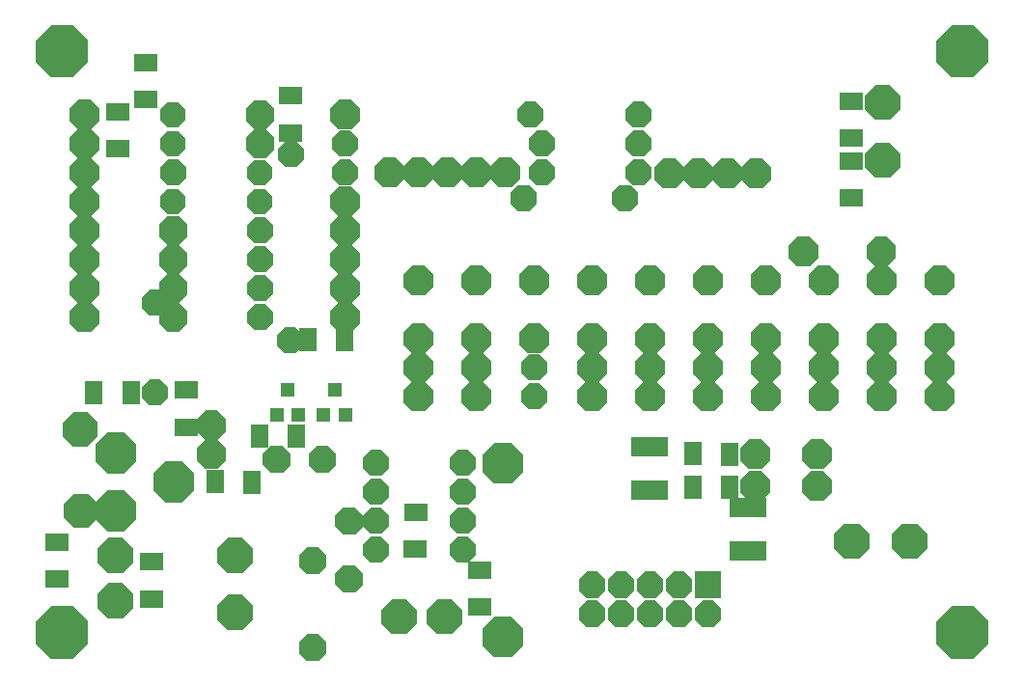
<source format=gbr>
%FSLAX34Y34*%
%MOMM*%
%LNSOLDERMASK_BOTTOM*%
G71*
G01*
%ADD10R,1.500X2.000*%
%ADD11R,3.200X1.700*%
%ADD12R,2.000X1.500*%
%ADD13R,1.300X1.300*%
%LPD*%
G36*
X449441Y-218011D02*
X457046Y-225616D01*
X457046Y-236406D01*
X449441Y-244011D01*
X438651Y-244011D01*
X431046Y-236406D01*
X431046Y-225616D01*
X438651Y-218011D01*
X449441Y-218011D01*
G37*
G36*
X500241Y-218011D02*
X507846Y-225616D01*
X507846Y-236406D01*
X500241Y-244011D01*
X489451Y-244011D01*
X481846Y-236406D01*
X481846Y-225616D01*
X489451Y-218011D01*
X500241Y-218011D01*
G37*
G36*
X448819Y-321111D02*
X455546Y-327838D01*
X455546Y-337384D01*
X448819Y-344111D01*
X439273Y-344111D01*
X432546Y-337384D01*
X432546Y-327838D01*
X439273Y-321111D01*
X448819Y-321111D01*
G37*
G36*
X500241Y-319611D02*
X507846Y-327216D01*
X507846Y-338006D01*
X500241Y-345611D01*
X489451Y-345611D01*
X481846Y-338006D01*
X481846Y-327216D01*
X489451Y-319611D01*
X500241Y-319611D01*
G37*
G36*
X448819Y-295711D02*
X455546Y-302438D01*
X455546Y-311984D01*
X448819Y-318711D01*
X439273Y-318711D01*
X432546Y-311984D01*
X432546Y-302438D01*
X439273Y-295711D01*
X448819Y-295711D01*
G37*
G36*
X500241Y-294211D02*
X507846Y-301816D01*
X507846Y-312606D01*
X500241Y-320211D01*
X489451Y-320211D01*
X481846Y-312606D01*
X481846Y-301816D01*
X489451Y-294211D01*
X500241Y-294211D01*
G37*
G36*
X500241Y-268811D02*
X507846Y-276416D01*
X507846Y-287206D01*
X500241Y-294811D01*
X489451Y-294811D01*
X481846Y-287206D01*
X481846Y-276416D01*
X489451Y-268811D01*
X500241Y-268811D01*
G37*
G36*
X449441Y-268811D02*
X457046Y-276416D01*
X457046Y-287206D01*
X449441Y-294811D01*
X438651Y-294811D01*
X431046Y-287206D01*
X431046Y-276416D01*
X438651Y-268811D01*
X449441Y-268811D01*
G37*
G36*
X754241Y-218011D02*
X761846Y-225616D01*
X761846Y-236406D01*
X754241Y-244011D01*
X743451Y-244011D01*
X735846Y-236406D01*
X735846Y-225616D01*
X743451Y-218011D01*
X754241Y-218011D01*
G37*
G36*
X805041Y-218011D02*
X812646Y-225616D01*
X812646Y-236406D01*
X805041Y-244011D01*
X794251Y-244011D01*
X786646Y-236406D01*
X786646Y-225616D01*
X794251Y-218011D01*
X805041Y-218011D01*
G37*
G36*
X754241Y-319611D02*
X761846Y-327216D01*
X761846Y-338006D01*
X754241Y-345611D01*
X743451Y-345611D01*
X735846Y-338006D01*
X735846Y-327216D01*
X743451Y-319611D01*
X754241Y-319611D01*
G37*
G36*
X805041Y-319611D02*
X812646Y-327216D01*
X812646Y-338006D01*
X805041Y-345611D01*
X794251Y-345611D01*
X786646Y-338006D01*
X786646Y-327216D01*
X794251Y-319611D01*
X805041Y-319611D01*
G37*
G36*
X754241Y-294211D02*
X761846Y-301816D01*
X761846Y-312606D01*
X754241Y-320211D01*
X743451Y-320211D01*
X735846Y-312606D01*
X735846Y-301816D01*
X743451Y-294211D01*
X754241Y-294211D01*
G37*
G36*
X805041Y-294211D02*
X812646Y-301816D01*
X812646Y-312606D01*
X805041Y-320211D01*
X794251Y-320211D01*
X786646Y-312606D01*
X786646Y-301816D01*
X794251Y-294211D01*
X805041Y-294211D01*
G37*
G36*
X805041Y-268811D02*
X812646Y-276416D01*
X812646Y-287206D01*
X805041Y-294811D01*
X794251Y-294811D01*
X786646Y-287206D01*
X786646Y-276416D01*
X794251Y-268811D01*
X805041Y-268811D01*
G37*
G36*
X754241Y-268811D02*
X761846Y-276416D01*
X761846Y-287206D01*
X754241Y-294811D01*
X743451Y-294811D01*
X735846Y-287206D01*
X735846Y-276416D01*
X743451Y-268811D01*
X754241Y-268811D01*
G37*
G36*
X347841Y-218011D02*
X355446Y-225616D01*
X355446Y-236406D01*
X347841Y-244011D01*
X337051Y-244011D01*
X329446Y-236406D01*
X329446Y-225616D01*
X337051Y-218011D01*
X347841Y-218011D01*
G37*
G36*
X398641Y-218011D02*
X406246Y-225616D01*
X406246Y-236406D01*
X398641Y-244011D01*
X387851Y-244011D01*
X380246Y-236406D01*
X380246Y-225616D01*
X387851Y-218011D01*
X398641Y-218011D01*
G37*
G36*
X347841Y-319611D02*
X355446Y-327216D01*
X355446Y-338006D01*
X347841Y-345611D01*
X337051Y-345611D01*
X329446Y-338006D01*
X329446Y-327216D01*
X337051Y-319611D01*
X347841Y-319611D01*
G37*
G36*
X398641Y-319611D02*
X406246Y-327216D01*
X406246Y-338006D01*
X398641Y-345611D01*
X387851Y-345611D01*
X380246Y-338006D01*
X380246Y-327216D01*
X387851Y-319611D01*
X398641Y-319611D01*
G37*
G36*
X347841Y-294211D02*
X355446Y-301816D01*
X355446Y-312606D01*
X347841Y-320211D01*
X337051Y-320211D01*
X329446Y-312606D01*
X329446Y-301816D01*
X337051Y-294211D01*
X347841Y-294211D01*
G37*
G36*
X398641Y-294211D02*
X406246Y-301816D01*
X406246Y-312606D01*
X398641Y-320211D01*
X387851Y-320211D01*
X380246Y-312606D01*
X380246Y-301816D01*
X387851Y-294211D01*
X398641Y-294211D01*
G37*
G36*
X398641Y-268811D02*
X406246Y-276416D01*
X406246Y-287206D01*
X398641Y-294811D01*
X387851Y-294811D01*
X380246Y-287206D01*
X380246Y-276416D01*
X387851Y-268811D01*
X398641Y-268811D01*
G37*
G36*
X347841Y-268811D02*
X355446Y-276416D01*
X355446Y-287206D01*
X347841Y-294811D01*
X337051Y-294811D01*
X329446Y-287206D01*
X329446Y-276416D01*
X337051Y-268811D01*
X347841Y-268811D01*
G37*
X615906Y-412850D02*
G54D10*
D03*
X583406Y-412750D02*
G54D10*
D03*
X615906Y-383481D02*
G54D10*
D03*
X583406Y-383381D02*
G54D10*
D03*
X631774Y-430262D02*
G54D11*
D03*
X631774Y-468262D02*
G54D11*
D03*
X544988Y-376971D02*
G54D11*
D03*
X544988Y-414971D02*
G54D11*
D03*
G36*
X788926Y-466568D02*
X779858Y-475636D01*
X766994Y-475636D01*
X757926Y-466568D01*
X757926Y-453704D01*
X766994Y-444636D01*
X779858Y-444636D01*
X788926Y-453704D01*
X788926Y-466568D01*
G37*
G36*
X738126Y-466568D02*
X729058Y-475636D01*
X716194Y-475636D01*
X707126Y-466568D01*
X707126Y-453704D01*
X716194Y-444636D01*
X729058Y-444636D01*
X738126Y-453704D01*
X738126Y-466568D01*
G37*
X722000Y-106399D02*
G54D12*
D03*
X722100Y-73899D02*
G54D12*
D03*
X722000Y-158786D02*
G54D12*
D03*
X722100Y-126286D02*
G54D12*
D03*
G36*
X743450Y-141306D02*
X734382Y-132238D01*
X734382Y-119374D01*
X743450Y-110306D01*
X756314Y-110306D01*
X765382Y-119374D01*
X765382Y-132238D01*
X756314Y-141306D01*
X743450Y-141306D01*
G37*
G36*
X743450Y-90506D02*
X734382Y-81438D01*
X734382Y-68574D01*
X743450Y-59506D01*
X756314Y-59506D01*
X765382Y-68574D01*
X765382Y-81438D01*
X756314Y-90506D01*
X743450Y-90506D01*
G37*
G36*
X7000Y-20455D02*
X20455Y-7000D01*
X39545Y-7000D01*
X53000Y-20455D01*
X53000Y-39545D01*
X39545Y-53000D01*
X20455Y-53000D01*
X7000Y-39545D01*
X7000Y-20455D01*
G37*
G36*
X797000Y-20455D02*
X810455Y-7000D01*
X829545Y-7000D01*
X843000Y-20455D01*
X843000Y-39545D01*
X829545Y-53000D01*
X810455Y-53000D01*
X797000Y-39545D01*
X797000Y-20455D01*
G37*
G36*
X7000Y-530455D02*
X20455Y-517000D01*
X39545Y-517000D01*
X53000Y-530455D01*
X53000Y-549545D01*
X39545Y-563000D01*
X20455Y-563000D01*
X7000Y-549545D01*
X7000Y-530455D01*
G37*
G36*
X797000Y-530455D02*
X810455Y-517000D01*
X829545Y-517000D01*
X843000Y-530455D01*
X843000Y-549545D01*
X829545Y-563000D01*
X810455Y-563000D01*
X797000Y-549545D01*
X797000Y-530455D01*
G37*
G36*
X424189Y-373320D02*
X434719Y-383850D01*
X434719Y-398790D01*
X424189Y-409320D01*
X409249Y-409320D01*
X398719Y-398790D01*
X398719Y-383850D01*
X409249Y-373320D01*
X424189Y-373320D01*
G37*
G36*
X424189Y-525720D02*
X434719Y-536250D01*
X434719Y-551190D01*
X424189Y-561720D01*
X409249Y-561720D01*
X398719Y-551190D01*
X398719Y-536250D01*
X409249Y-525720D01*
X424189Y-525720D01*
G37*
G36*
X294094Y-386546D02*
X300821Y-379819D01*
X310367Y-379819D01*
X317094Y-386546D01*
X317094Y-396092D01*
X310367Y-402819D01*
X300821Y-402819D01*
X294094Y-396092D01*
X294094Y-386546D01*
G37*
G36*
X294094Y-411946D02*
X300821Y-405219D01*
X310367Y-405219D01*
X317094Y-411946D01*
X317094Y-421492D01*
X310367Y-428219D01*
X300821Y-428219D01*
X294094Y-421492D01*
X294094Y-411946D01*
G37*
G36*
X294094Y-437346D02*
X300821Y-430619D01*
X310367Y-430619D01*
X317094Y-437346D01*
X317094Y-446892D01*
X310367Y-453619D01*
X300821Y-453619D01*
X294094Y-446892D01*
X294094Y-437346D01*
G37*
G36*
X294094Y-462746D02*
X300821Y-456019D01*
X310367Y-456019D01*
X317094Y-462746D01*
X317094Y-472292D01*
X310367Y-479019D01*
X300821Y-479019D01*
X294094Y-472292D01*
X294094Y-462746D01*
G37*
G36*
X370294Y-386546D02*
X377021Y-379819D01*
X386567Y-379819D01*
X393294Y-386546D01*
X393294Y-396092D01*
X386567Y-402819D01*
X377021Y-402819D01*
X370294Y-396092D01*
X370294Y-386546D01*
G37*
G36*
X370294Y-411946D02*
X377021Y-405219D01*
X386567Y-405219D01*
X393294Y-411946D01*
X393294Y-421492D01*
X386567Y-428219D01*
X377021Y-428219D01*
X370294Y-421492D01*
X370294Y-411946D01*
G37*
G36*
X370294Y-437346D02*
X377021Y-430619D01*
X386567Y-430619D01*
X393294Y-437346D01*
X393294Y-446892D01*
X386567Y-453619D01*
X377021Y-453619D01*
X370294Y-446892D01*
X370294Y-437346D01*
G37*
G36*
X370294Y-462746D02*
X377021Y-456019D01*
X386567Y-456019D01*
X393294Y-462746D01*
X393294Y-472292D01*
X386567Y-479019D01*
X377021Y-479019D01*
X370294Y-472292D01*
X370294Y-462746D01*
G37*
G36*
X309938Y-519824D02*
X319006Y-510756D01*
X331870Y-510756D01*
X340938Y-519824D01*
X340938Y-532688D01*
X331870Y-541756D01*
X319006Y-541756D01*
X309938Y-532688D01*
X309938Y-519824D01*
G37*
G36*
X349938Y-519824D02*
X359006Y-510756D01*
X371870Y-510756D01*
X380938Y-519824D01*
X380938Y-532688D01*
X371870Y-541756D01*
X359006Y-541756D01*
X349938Y-532688D01*
X349938Y-519824D01*
G37*
G36*
X276803Y-504919D02*
X269783Y-497899D01*
X269783Y-487939D01*
X276803Y-480919D01*
X286763Y-480919D01*
X293783Y-487939D01*
X293783Y-497899D01*
X286763Y-504919D01*
X276803Y-504919D01*
G37*
G36*
X276803Y-454119D02*
X269783Y-447099D01*
X269783Y-437139D01*
X276803Y-430119D01*
X286763Y-430119D01*
X293783Y-437139D01*
X293783Y-447099D01*
X286763Y-454119D01*
X276803Y-454119D01*
G37*
X396009Y-517950D02*
G54D12*
D03*
X396109Y-485450D02*
G54D12*
D03*
X340151Y-434650D02*
G54D12*
D03*
X340051Y-467150D02*
G54D12*
D03*
G36*
X188301Y-506687D02*
X197369Y-515755D01*
X197369Y-528619D01*
X188301Y-537687D01*
X175437Y-537687D01*
X166369Y-528619D01*
X166369Y-515755D01*
X175437Y-506687D01*
X188301Y-506687D01*
G37*
G36*
X188301Y-456681D02*
X197369Y-465749D01*
X197369Y-478613D01*
X188301Y-487681D01*
X175437Y-487681D01*
X166369Y-478613D01*
X166369Y-465749D01*
X175437Y-456681D01*
X188301Y-456681D01*
G37*
G36*
X84464Y-364588D02*
X94994Y-375118D01*
X94994Y-390058D01*
X84464Y-400588D01*
X69524Y-400588D01*
X58994Y-390058D01*
X58994Y-375118D01*
X69524Y-364588D01*
X84464Y-364588D01*
G37*
G36*
X84464Y-415388D02*
X94994Y-425918D01*
X94994Y-440858D01*
X84464Y-451388D01*
X69524Y-451388D01*
X58994Y-440858D01*
X58994Y-425918D01*
X69524Y-415388D01*
X84464Y-415388D01*
G37*
G36*
X135264Y-389988D02*
X145794Y-400518D01*
X145794Y-415458D01*
X135264Y-425988D01*
X120324Y-425988D01*
X109794Y-415458D01*
X109794Y-400518D01*
X120324Y-389988D01*
X135264Y-389988D01*
G37*
X164306Y-407988D02*
G54D10*
D03*
X196806Y-408088D02*
G54D10*
D03*
X108275Y-510568D02*
G54D12*
D03*
X108375Y-478068D02*
G54D12*
D03*
G36*
X70563Y-527781D02*
X61495Y-518713D01*
X61495Y-505849D01*
X70563Y-496781D01*
X83427Y-496781D01*
X92495Y-505849D01*
X92495Y-518713D01*
X83427Y-527781D01*
X70563Y-527781D01*
G37*
G36*
X70563Y-487781D02*
X61495Y-478713D01*
X61495Y-465849D01*
X70563Y-456781D01*
X83427Y-456781D01*
X92495Y-465849D01*
X92495Y-478713D01*
X83427Y-487781D01*
X70563Y-487781D01*
G37*
G36*
X255012Y-465044D02*
X262032Y-472064D01*
X262032Y-482024D01*
X255012Y-489044D01*
X245052Y-489044D01*
X238032Y-482024D01*
X238032Y-472064D01*
X245052Y-465044D01*
X255012Y-465044D01*
G37*
G36*
X255012Y-541244D02*
X262032Y-548264D01*
X262032Y-558224D01*
X255012Y-565244D01*
X245052Y-565244D01*
X238032Y-558224D01*
X238032Y-548264D01*
X245052Y-541244D01*
X255012Y-541244D01*
G37*
G36*
X652641Y-218011D02*
X660246Y-225616D01*
X660246Y-236406D01*
X652641Y-244011D01*
X641851Y-244011D01*
X634246Y-236406D01*
X634246Y-225616D01*
X641851Y-218011D01*
X652641Y-218011D01*
G37*
G36*
X703441Y-218011D02*
X711046Y-225616D01*
X711046Y-236406D01*
X703441Y-244011D01*
X692651Y-244011D01*
X685046Y-236406D01*
X685046Y-225616D01*
X692651Y-218011D01*
X703441Y-218011D01*
G37*
G36*
X652641Y-319611D02*
X660246Y-327216D01*
X660246Y-338006D01*
X652641Y-345611D01*
X641851Y-345611D01*
X634246Y-338006D01*
X634246Y-327216D01*
X641851Y-319611D01*
X652641Y-319611D01*
G37*
G36*
X703441Y-319611D02*
X711046Y-327216D01*
X711046Y-338006D01*
X703441Y-345611D01*
X692651Y-345611D01*
X685046Y-338006D01*
X685046Y-327216D01*
X692651Y-319611D01*
X703441Y-319611D01*
G37*
G36*
X652641Y-294211D02*
X660246Y-301816D01*
X660246Y-312606D01*
X652641Y-320211D01*
X641851Y-320211D01*
X634246Y-312606D01*
X634246Y-301816D01*
X641851Y-294211D01*
X652641Y-294211D01*
G37*
G36*
X703441Y-294211D02*
X711046Y-301816D01*
X711046Y-312606D01*
X703441Y-320211D01*
X692651Y-320211D01*
X685046Y-312606D01*
X685046Y-301816D01*
X692651Y-294211D01*
X703441Y-294211D01*
G37*
G36*
X703441Y-268811D02*
X711046Y-276416D01*
X711046Y-287206D01*
X703441Y-294811D01*
X692651Y-294811D01*
X685046Y-287206D01*
X685046Y-276416D01*
X692651Y-268811D01*
X703441Y-268811D01*
G37*
G36*
X652641Y-268811D02*
X660246Y-276416D01*
X660246Y-287206D01*
X652641Y-294811D01*
X641851Y-294811D01*
X634246Y-287206D01*
X634246Y-276416D01*
X641851Y-268811D01*
X652641Y-268811D01*
G37*
G36*
X551041Y-218011D02*
X558646Y-225616D01*
X558646Y-236406D01*
X551041Y-244011D01*
X540251Y-244011D01*
X532646Y-236406D01*
X532646Y-225616D01*
X540251Y-218011D01*
X551041Y-218011D01*
G37*
G36*
X601841Y-218011D02*
X609446Y-225616D01*
X609446Y-236406D01*
X601841Y-244011D01*
X591051Y-244011D01*
X583446Y-236406D01*
X583446Y-225616D01*
X591051Y-218011D01*
X601841Y-218011D01*
G37*
G36*
X551041Y-319611D02*
X558646Y-327216D01*
X558646Y-338006D01*
X551041Y-345611D01*
X540251Y-345611D01*
X532646Y-338006D01*
X532646Y-327216D01*
X540251Y-319611D01*
X551041Y-319611D01*
G37*
G36*
X601841Y-319611D02*
X609446Y-327216D01*
X609446Y-338006D01*
X601841Y-345611D01*
X591051Y-345611D01*
X583446Y-338006D01*
X583446Y-327216D01*
X591051Y-319611D01*
X601841Y-319611D01*
G37*
G36*
X551041Y-294211D02*
X558646Y-301816D01*
X558646Y-312606D01*
X551041Y-320211D01*
X540251Y-320211D01*
X532646Y-312606D01*
X532646Y-301816D01*
X540251Y-294211D01*
X551041Y-294211D01*
G37*
G36*
X601841Y-294211D02*
X609446Y-301816D01*
X609446Y-312606D01*
X601841Y-320211D01*
X591051Y-320211D01*
X583446Y-312606D01*
X583446Y-301816D01*
X591051Y-294211D01*
X601841Y-294211D01*
G37*
G36*
X601841Y-268811D02*
X609446Y-276416D01*
X609446Y-287206D01*
X601841Y-294811D01*
X591051Y-294811D01*
X583446Y-287206D01*
X583446Y-276416D01*
X591051Y-268811D01*
X601841Y-268811D01*
G37*
G36*
X551041Y-268811D02*
X558646Y-276416D01*
X558646Y-287206D01*
X551041Y-294811D01*
X540251Y-294811D01*
X532646Y-287206D01*
X532646Y-276416D01*
X540251Y-268811D01*
X551041Y-268811D01*
G37*
G36*
X291101Y-268876D02*
X283496Y-276480D01*
X272706Y-276480D01*
X265101Y-268876D01*
X265101Y-258086D01*
X272706Y-250480D01*
X283496Y-250480D01*
X291101Y-258086D01*
X291101Y-268876D01*
G37*
G36*
X291101Y-243476D02*
X283496Y-251080D01*
X272706Y-251080D01*
X265101Y-243476D01*
X265101Y-232686D01*
X272706Y-225080D01*
X283496Y-225080D01*
X291101Y-232686D01*
X291101Y-243476D01*
G37*
G36*
X291101Y-218076D02*
X283496Y-225680D01*
X272706Y-225680D01*
X265101Y-218076D01*
X265101Y-207286D01*
X272706Y-199680D01*
X283496Y-199680D01*
X291101Y-207286D01*
X291101Y-218076D01*
G37*
G36*
X291101Y-192676D02*
X283496Y-200280D01*
X272706Y-200280D01*
X265101Y-192676D01*
X265101Y-181886D01*
X272706Y-174280D01*
X283496Y-174280D01*
X291101Y-181886D01*
X291101Y-192676D01*
G37*
G36*
X291101Y-167276D02*
X283496Y-174880D01*
X272706Y-174880D01*
X265101Y-167276D01*
X265101Y-156486D01*
X272706Y-148880D01*
X283496Y-148880D01*
X291101Y-156486D01*
X291101Y-167276D01*
G37*
G36*
X289601Y-141254D02*
X282874Y-147980D01*
X273328Y-147980D01*
X266601Y-141254D01*
X266601Y-131708D01*
X273328Y-124980D01*
X282874Y-124980D01*
X289601Y-131708D01*
X289601Y-141254D01*
G37*
G36*
X289601Y-115854D02*
X282874Y-122580D01*
X273328Y-122580D01*
X266601Y-115854D01*
X266601Y-106308D01*
X273328Y-99580D01*
X282874Y-99580D01*
X289601Y-106308D01*
X289601Y-115854D01*
G37*
G36*
X291101Y-91076D02*
X283496Y-98680D01*
X272706Y-98680D01*
X265101Y-91076D01*
X265101Y-80286D01*
X272706Y-72680D01*
X283496Y-72680D01*
X291101Y-80286D01*
X291101Y-91076D01*
G37*
G36*
X62501Y-268876D02*
X54896Y-276480D01*
X44106Y-276480D01*
X36501Y-268876D01*
X36501Y-258086D01*
X44106Y-250480D01*
X54896Y-250480D01*
X62501Y-258086D01*
X62501Y-268876D01*
G37*
G36*
X62501Y-243476D02*
X54896Y-251080D01*
X44106Y-251080D01*
X36501Y-243476D01*
X36501Y-232686D01*
X44106Y-225080D01*
X54896Y-225080D01*
X62501Y-232686D01*
X62501Y-243476D01*
G37*
G36*
X62501Y-218076D02*
X54896Y-225680D01*
X44106Y-225680D01*
X36501Y-218076D01*
X36501Y-207286D01*
X44106Y-199680D01*
X54896Y-199680D01*
X62501Y-207286D01*
X62501Y-218076D01*
G37*
G36*
X62501Y-192676D02*
X54896Y-200280D01*
X44106Y-200280D01*
X36501Y-192676D01*
X36501Y-181886D01*
X44106Y-174280D01*
X54896Y-174280D01*
X62501Y-181886D01*
X62501Y-192676D01*
G37*
G36*
X62501Y-167276D02*
X54896Y-174880D01*
X44106Y-174880D01*
X36501Y-167276D01*
X36501Y-156486D01*
X44106Y-148880D01*
X54896Y-148880D01*
X62501Y-156486D01*
X62501Y-167276D01*
G37*
G36*
X62501Y-141876D02*
X54896Y-149480D01*
X44106Y-149480D01*
X36501Y-141876D01*
X36501Y-131086D01*
X44106Y-123480D01*
X54896Y-123480D01*
X62501Y-131086D01*
X62501Y-141876D01*
G37*
G36*
X62501Y-116476D02*
X54896Y-124080D01*
X44106Y-124080D01*
X36501Y-116476D01*
X36501Y-105686D01*
X44106Y-98080D01*
X54896Y-98080D01*
X62501Y-105686D01*
X62501Y-116476D01*
G37*
G36*
X62501Y-91076D02*
X54896Y-98680D01*
X44106Y-98680D01*
X36501Y-91076D01*
X36501Y-80286D01*
X44106Y-72680D01*
X54896Y-72680D01*
X62501Y-80286D01*
X62501Y-91076D01*
G37*
G36*
X667244Y-200186D02*
X674849Y-192581D01*
X685639Y-192581D01*
X693244Y-200186D01*
X693244Y-210976D01*
X685639Y-218581D01*
X674849Y-218581D01*
X667244Y-210976D01*
X667244Y-200186D01*
G37*
G36*
X735506Y-200186D02*
X743111Y-192581D01*
X753901Y-192581D01*
X761506Y-200186D01*
X761506Y-210976D01*
X753901Y-218581D01*
X743111Y-218581D01*
X735506Y-210976D01*
X735506Y-200186D01*
G37*
G36*
X215212Y-268328D02*
X208485Y-275055D01*
X198939Y-275055D01*
X192212Y-268328D01*
X192212Y-258782D01*
X198939Y-252055D01*
X208485Y-252055D01*
X215212Y-258782D01*
X215212Y-268328D01*
G37*
G36*
X215212Y-242928D02*
X208485Y-249655D01*
X198939Y-249655D01*
X192212Y-242928D01*
X192212Y-233382D01*
X198939Y-226655D01*
X208485Y-226655D01*
X215212Y-233382D01*
X215212Y-242928D01*
G37*
G36*
X215212Y-217528D02*
X208485Y-224255D01*
X198939Y-224255D01*
X192212Y-217528D01*
X192212Y-207982D01*
X198939Y-201255D01*
X208485Y-201255D01*
X215212Y-207982D01*
X215212Y-217528D01*
G37*
G36*
X215212Y-192128D02*
X208485Y-198855D01*
X198939Y-198855D01*
X192212Y-192128D01*
X192212Y-182582D01*
X198939Y-175855D01*
X208485Y-175855D01*
X215212Y-182582D01*
X215212Y-192128D01*
G37*
G36*
X140012Y-268743D02*
X132700Y-276055D01*
X122324Y-276055D01*
X115012Y-268743D01*
X115012Y-258367D01*
X122324Y-251055D01*
X132700Y-251055D01*
X140012Y-258367D01*
X140012Y-268743D01*
G37*
G36*
X140012Y-243343D02*
X132700Y-250655D01*
X122324Y-250655D01*
X115012Y-243343D01*
X115012Y-232967D01*
X122324Y-225655D01*
X132700Y-225655D01*
X140012Y-232967D01*
X140012Y-243343D01*
G37*
G36*
X140012Y-217943D02*
X132700Y-225255D01*
X122324Y-225255D01*
X115012Y-217943D01*
X115012Y-207567D01*
X122324Y-200255D01*
X132700Y-200255D01*
X140012Y-207567D01*
X140012Y-217943D01*
G37*
G36*
X140012Y-192543D02*
X132700Y-199855D01*
X122324Y-199855D01*
X115012Y-192543D01*
X115012Y-182167D01*
X122324Y-174855D01*
X132700Y-174855D01*
X140012Y-182167D01*
X140012Y-192543D01*
G37*
G36*
X214712Y-166520D02*
X208277Y-172955D01*
X199147Y-172955D01*
X192712Y-166520D01*
X192712Y-157390D01*
X199147Y-150955D01*
X208277Y-150955D01*
X214712Y-157390D01*
X214712Y-166520D01*
G37*
G36*
X138512Y-166520D02*
X132077Y-172955D01*
X122947Y-172955D01*
X116512Y-166520D01*
X116512Y-157390D01*
X122947Y-150955D01*
X132077Y-150955D01*
X138512Y-157390D01*
X138512Y-166520D01*
G37*
G36*
X214712Y-141120D02*
X208277Y-147555D01*
X199147Y-147555D01*
X192712Y-141120D01*
X192712Y-131990D01*
X199147Y-125555D01*
X208277Y-125555D01*
X214712Y-131990D01*
X214712Y-141120D01*
G37*
G36*
X216212Y-116343D02*
X208900Y-123655D01*
X198524Y-123655D01*
X191212Y-116343D01*
X191212Y-105967D01*
X198524Y-98655D01*
X208900Y-98655D01*
X216212Y-105967D01*
X216212Y-116343D01*
G37*
G36*
X139012Y-141328D02*
X132285Y-148055D01*
X122739Y-148055D01*
X116012Y-141328D01*
X116012Y-131782D01*
X122739Y-125055D01*
X132285Y-125055D01*
X139012Y-131782D01*
X139012Y-141328D01*
G37*
G36*
X138512Y-115720D02*
X132077Y-122155D01*
X122947Y-122155D01*
X116512Y-115720D01*
X116512Y-106590D01*
X122947Y-100155D01*
X132077Y-100155D01*
X138512Y-106590D01*
X138512Y-115720D01*
G37*
G36*
X216212Y-90943D02*
X208900Y-98255D01*
X198524Y-98255D01*
X191212Y-90943D01*
X191212Y-80567D01*
X198524Y-73255D01*
X208900Y-73255D01*
X216212Y-80567D01*
X216212Y-90943D01*
G37*
G36*
X138512Y-90320D02*
X132077Y-96755D01*
X122947Y-96755D01*
X116512Y-90320D01*
X116512Y-81190D01*
X122947Y-74755D01*
X132077Y-74755D01*
X138512Y-81190D01*
X138512Y-90320D01*
G37*
X25725Y-493344D02*
G54D12*
D03*
X25825Y-460844D02*
G54D12*
D03*
G36*
X644363Y-124080D02*
X651968Y-131685D01*
X651968Y-142475D01*
X644363Y-150080D01*
X633573Y-150080D01*
X625968Y-142475D01*
X625968Y-131685D01*
X633573Y-124080D01*
X644363Y-124080D01*
G37*
G36*
X618963Y-124080D02*
X626568Y-131685D01*
X626568Y-142475D01*
X618963Y-150080D01*
X608173Y-150080D01*
X600568Y-142475D01*
X600568Y-131685D01*
X608173Y-124080D01*
X618963Y-124080D01*
G37*
G36*
X593563Y-124080D02*
X601168Y-131685D01*
X601168Y-142475D01*
X593563Y-150080D01*
X582773Y-150080D01*
X575168Y-142475D01*
X575168Y-131685D01*
X582773Y-124080D01*
X593563Y-124080D01*
G37*
G36*
X568163Y-124080D02*
X575768Y-131685D01*
X575768Y-142475D01*
X568163Y-150080D01*
X557373Y-150080D01*
X549768Y-142475D01*
X549768Y-131685D01*
X557373Y-124080D01*
X568163Y-124080D01*
G37*
G36*
X429269Y-80952D02*
X435996Y-74225D01*
X445542Y-74225D01*
X452269Y-80952D01*
X452269Y-90498D01*
X445542Y-97225D01*
X435996Y-97225D01*
X429269Y-90498D01*
X429269Y-80952D01*
G37*
G36*
X524281Y-80952D02*
X531008Y-74225D01*
X540554Y-74225D01*
X547281Y-80952D01*
X547281Y-90498D01*
X540554Y-97225D01*
X531008Y-97225D01*
X524281Y-90498D01*
X524281Y-80952D01*
G37*
G36*
X439588Y-106352D02*
X446315Y-99625D01*
X455861Y-99625D01*
X462588Y-106352D01*
X462588Y-115898D01*
X455861Y-122625D01*
X446315Y-122625D01*
X439588Y-115898D01*
X439588Y-106352D01*
G37*
G36*
X524281Y-106352D02*
X531008Y-99625D01*
X540554Y-99625D01*
X547281Y-106352D01*
X547281Y-115898D01*
X540554Y-122625D01*
X531008Y-122625D01*
X524281Y-115898D01*
X524281Y-106352D01*
G37*
G36*
X439509Y-131752D02*
X446236Y-125025D01*
X455782Y-125025D01*
X462509Y-131752D01*
X462509Y-141298D01*
X455782Y-148025D01*
X446236Y-148025D01*
X439509Y-141298D01*
X439509Y-131752D01*
G37*
G36*
X524281Y-131752D02*
X531008Y-125025D01*
X540554Y-125025D01*
X547281Y-131752D01*
X547281Y-141298D01*
X540554Y-148025D01*
X531008Y-148025D01*
X524281Y-141298D01*
X524281Y-131752D01*
G37*
G36*
X423634Y-153977D02*
X430361Y-147250D01*
X439907Y-147250D01*
X446634Y-153977D01*
X446634Y-163523D01*
X439907Y-170250D01*
X430361Y-170250D01*
X423634Y-163523D01*
X423634Y-153977D01*
G37*
G36*
X512296Y-153977D02*
X519023Y-147250D01*
X528569Y-147250D01*
X535296Y-153977D01*
X535296Y-163523D01*
X528569Y-170250D01*
X519023Y-170250D01*
X512296Y-163523D01*
X512296Y-153977D01*
G37*
X78906Y-115518D02*
G54D12*
D03*
X79006Y-83018D02*
G54D12*
D03*
G36*
X174113Y-388568D02*
X166508Y-396174D01*
X155718Y-396174D01*
X148113Y-388568D01*
X148113Y-377778D01*
X155718Y-370174D01*
X166508Y-370174D01*
X174113Y-377778D01*
X174113Y-388568D01*
G37*
G36*
X174113Y-363568D02*
X166508Y-371174D01*
X155718Y-371174D01*
X148113Y-363568D01*
X148113Y-352778D01*
X155718Y-345174D01*
X166508Y-345174D01*
X174113Y-352778D01*
X174113Y-363568D01*
G37*
X139232Y-359994D02*
G54D12*
D03*
X139332Y-327494D02*
G54D12*
D03*
G36*
X31831Y-427162D02*
X40606Y-418388D01*
X53056Y-418388D01*
X61831Y-427162D01*
X61831Y-439612D01*
X53056Y-448388D01*
X40606Y-448388D01*
X31831Y-439612D01*
X31831Y-427162D01*
G37*
G36*
X31038Y-355725D02*
X39812Y-346950D01*
X52262Y-346950D01*
X61038Y-355725D01*
X61038Y-368175D01*
X52262Y-376950D01*
X39812Y-376950D01*
X31038Y-368175D01*
X31038Y-355725D01*
G37*
G36*
X625175Y-378224D02*
X632780Y-370619D01*
X643570Y-370619D01*
X651175Y-378224D01*
X651175Y-389014D01*
X643570Y-396619D01*
X632780Y-396619D01*
X625175Y-389014D01*
X625175Y-378224D01*
G37*
G36*
X679150Y-378304D02*
X686755Y-370699D01*
X697545Y-370699D01*
X705150Y-378304D01*
X705150Y-389094D01*
X697545Y-396699D01*
X686755Y-396699D01*
X679150Y-389094D01*
X679150Y-378304D01*
G37*
G36*
X625175Y-405768D02*
X632780Y-398162D01*
X643570Y-398162D01*
X651175Y-405768D01*
X651175Y-416558D01*
X643570Y-424162D01*
X632780Y-424162D01*
X625175Y-416558D01*
X625175Y-405768D01*
G37*
G36*
X679150Y-405768D02*
X686755Y-398162D01*
X697545Y-398162D01*
X705150Y-405768D01*
X705150Y-416558D01*
X697545Y-424162D01*
X686755Y-424162D01*
X679150Y-416558D01*
X679150Y-405768D01*
G37*
G36*
X490283Y-535019D02*
X483556Y-528292D01*
X483556Y-518746D01*
X490283Y-512019D01*
X499829Y-512019D01*
X506556Y-518746D01*
X506556Y-528292D01*
X499829Y-535019D01*
X490283Y-535019D01*
G37*
G36*
X490283Y-509619D02*
X483556Y-502892D01*
X483556Y-493346D01*
X490283Y-486619D01*
X499829Y-486619D01*
X506556Y-493346D01*
X506556Y-502892D01*
X499829Y-509619D01*
X490283Y-509619D01*
G37*
G36*
X515683Y-535019D02*
X508956Y-528292D01*
X508956Y-518746D01*
X515683Y-512019D01*
X525229Y-512019D01*
X531956Y-518746D01*
X531956Y-528292D01*
X525229Y-535019D01*
X515683Y-535019D01*
G37*
G36*
X515683Y-509619D02*
X508956Y-502892D01*
X508956Y-493346D01*
X515683Y-486619D01*
X525229Y-486619D01*
X531956Y-493346D01*
X531956Y-502892D01*
X525229Y-509619D01*
X515683Y-509619D01*
G37*
G36*
X541083Y-535019D02*
X534356Y-528292D01*
X534356Y-518746D01*
X541083Y-512019D01*
X550629Y-512019D01*
X557356Y-518746D01*
X557356Y-528292D01*
X550629Y-535019D01*
X541083Y-535019D01*
G37*
G36*
X541083Y-509619D02*
X534356Y-502892D01*
X534356Y-493346D01*
X541083Y-486619D01*
X550629Y-486619D01*
X557356Y-493346D01*
X557356Y-502892D01*
X550629Y-509619D01*
X541083Y-509619D01*
G37*
G36*
X566483Y-535019D02*
X559756Y-528292D01*
X559756Y-518746D01*
X566483Y-512019D01*
X576029Y-512019D01*
X582756Y-518746D01*
X582756Y-528292D01*
X576029Y-535019D01*
X566483Y-535019D01*
G37*
G36*
X566483Y-509619D02*
X559756Y-502892D01*
X559756Y-493346D01*
X566483Y-486619D01*
X576029Y-486619D01*
X582756Y-493346D01*
X582756Y-502892D01*
X576029Y-509619D01*
X566483Y-509619D01*
G37*
G36*
X591883Y-535019D02*
X585156Y-528292D01*
X585156Y-518746D01*
X591883Y-512019D01*
X601429Y-512019D01*
X608156Y-518746D01*
X608156Y-528292D01*
X601429Y-535019D01*
X591883Y-535019D01*
G37*
G36*
X585156Y-509619D02*
X585156Y-486619D01*
X608156Y-486619D01*
X608156Y-509619D01*
X585156Y-509619D01*
G37*
G36*
X424496Y-123524D02*
X432100Y-131130D01*
X432100Y-141920D01*
X424496Y-149524D01*
X413706Y-149524D01*
X406100Y-141920D01*
X406100Y-131130D01*
X413706Y-123524D01*
X424496Y-123524D01*
G37*
G36*
X399096Y-123524D02*
X406700Y-131130D01*
X406700Y-141920D01*
X399096Y-149524D01*
X388306Y-149524D01*
X380700Y-141920D01*
X380700Y-131130D01*
X388306Y-123524D01*
X399096Y-123524D01*
G37*
G36*
X373696Y-123524D02*
X381300Y-131130D01*
X381300Y-141920D01*
X373696Y-149524D01*
X362906Y-149524D01*
X355300Y-141920D01*
X355300Y-131130D01*
X362906Y-123524D01*
X373696Y-123524D01*
G37*
G36*
X348296Y-123524D02*
X355900Y-131130D01*
X355900Y-141920D01*
X348296Y-149524D01*
X337506Y-149524D01*
X329900Y-141920D01*
X329900Y-131130D01*
X337506Y-123524D01*
X348296Y-123524D01*
G37*
G36*
X322896Y-123524D02*
X330500Y-131130D01*
X330500Y-141920D01*
X322896Y-149524D01*
X312106Y-149524D01*
X304500Y-141920D01*
X304500Y-131130D01*
X312106Y-123524D01*
X322896Y-123524D01*
G37*
X230512Y-101786D02*
G54D12*
D03*
X230612Y-69286D02*
G54D12*
D03*
X218318Y-349213D02*
G54D13*
D03*
X237318Y-349213D02*
G54D13*
D03*
X227818Y-327013D02*
G54D13*
D03*
X259593Y-349213D02*
G54D13*
D03*
X278593Y-349213D02*
G54D13*
D03*
X269093Y-327013D02*
G54D13*
D03*
X235701Y-367606D02*
G54D10*
D03*
X203201Y-367506D02*
G54D10*
D03*
G36*
X270284Y-393124D02*
X263264Y-400144D01*
X253304Y-400144D01*
X246284Y-393124D01*
X246284Y-383164D01*
X253304Y-376144D01*
X263264Y-376144D01*
X270284Y-383164D01*
X270284Y-393124D01*
G37*
G36*
X230284Y-393124D02*
X223264Y-400144D01*
X213304Y-400144D01*
X206284Y-393124D01*
X206284Y-383164D01*
X213304Y-376144D01*
X223264Y-376144D01*
X230284Y-383164D01*
X230284Y-393124D01*
G37*
G36*
X99784Y-246052D02*
X106511Y-239325D01*
X116057Y-239325D01*
X122784Y-246052D01*
X122784Y-255598D01*
X116057Y-262325D01*
X106511Y-262325D01*
X99784Y-255598D01*
X99784Y-246052D01*
G37*
G36*
X99704Y-324633D02*
X106431Y-317906D01*
X115977Y-317906D01*
X122704Y-324633D01*
X122704Y-334179D01*
X115977Y-340906D01*
X106431Y-340906D01*
X99704Y-334179D01*
X99704Y-324633D01*
G37*
X57944Y-329405D02*
G54D10*
D03*
X90444Y-329505D02*
G54D10*
D03*
X103613Y-40154D02*
G54D12*
D03*
X103513Y-72654D02*
G54D12*
D03*
X277925Y-283080D02*
G54D10*
D03*
X245425Y-282980D02*
G54D10*
D03*
G36*
X219481Y-115083D02*
X226208Y-108356D01*
X235754Y-108356D01*
X242481Y-115083D01*
X242481Y-124629D01*
X235754Y-131356D01*
X226208Y-131356D01*
X219481Y-124629D01*
X219481Y-115083D01*
G37*
G36*
X218688Y-278596D02*
X225414Y-271869D01*
X234960Y-271869D01*
X241688Y-278596D01*
X241688Y-288142D01*
X234960Y-294869D01*
X225414Y-294869D01*
X218688Y-288142D01*
X218688Y-278596D01*
G37*
M02*

</source>
